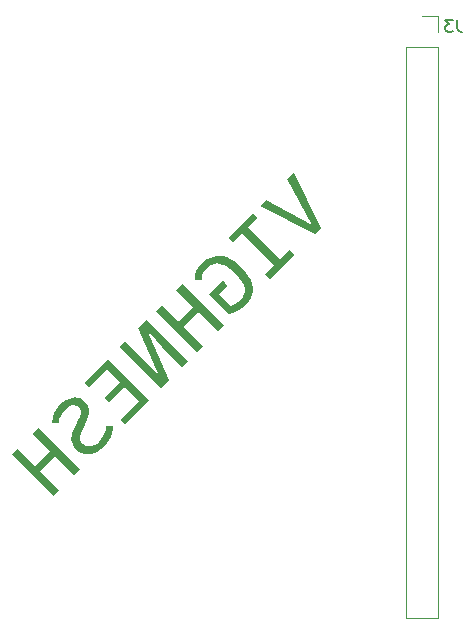
<source format=gbr>
%TF.GenerationSoftware,KiCad,Pcbnew,9.0.7*%
%TF.CreationDate,2026-01-11T23:40:51+05:30*%
%TF.ProjectId,ntp-devboard,6e74702d-6465-4766-926f-6172642e6b69,rev?*%
%TF.SameCoordinates,Original*%
%TF.FileFunction,Legend,Bot*%
%TF.FilePolarity,Positive*%
%FSLAX46Y46*%
G04 Gerber Fmt 4.6, Leading zero omitted, Abs format (unit mm)*
G04 Created by KiCad (PCBNEW 9.0.7) date 2026-01-11 23:40:51*
%MOMM*%
%LPD*%
G01*
G04 APERTURE LIST*
%ADD10C,0.100000*%
%ADD11C,0.150000*%
%ADD12C,0.120000*%
G04 APERTURE END LIST*
D10*
G36*
X152940306Y-99806697D02*
G01*
X149069538Y-97732932D01*
X148559408Y-98243062D01*
X153201739Y-100596178D01*
X153750080Y-100047837D01*
X151397180Y-95405290D01*
X150856395Y-95946075D01*
X152940306Y-99806697D01*
G37*
G36*
X145912260Y-100890210D02*
G01*
X146305598Y-101283547D01*
X147074570Y-100514575D01*
X149783028Y-103223033D01*
X149014056Y-103992005D01*
X149409984Y-104387933D01*
X151455900Y-102342018D01*
X151059972Y-101946090D01*
X150290783Y-102715278D01*
X147582325Y-100006820D01*
X148351514Y-99237631D01*
X147958176Y-98844294D01*
X145912260Y-100890210D01*
G37*
G36*
X147374646Y-106550210D02*
G01*
X147609322Y-106276665D01*
X147777619Y-105996628D01*
X147886455Y-105707017D01*
X147939250Y-105403484D01*
X147935724Y-105080699D01*
X147877928Y-104773816D01*
X147759844Y-104451560D01*
X147573285Y-104109165D01*
X147307203Y-103742269D01*
X146948063Y-103346949D01*
X146633754Y-103061904D01*
X146330294Y-102841518D01*
X146035745Y-102678146D01*
X145723174Y-102552834D01*
X145425139Y-102475901D01*
X145138538Y-102443266D01*
X144850360Y-102450823D01*
X144578938Y-102496681D01*
X144321208Y-102580136D01*
X144077034Y-102698792D01*
X143853354Y-102847377D01*
X143648304Y-103027228D01*
X143430394Y-103270301D01*
X143274101Y-103496464D01*
X143169909Y-103708552D01*
X143068864Y-104053404D01*
X143023756Y-104438450D01*
X143622829Y-104448596D01*
X143659283Y-104154918D01*
X143742497Y-103893022D01*
X143871683Y-103657227D01*
X144049413Y-103443449D01*
X144226218Y-103295784D01*
X144425522Y-103183631D01*
X144650861Y-103105809D01*
X144885403Y-103075422D01*
X145148241Y-103099660D01*
X145447898Y-103186981D01*
X145729029Y-103325233D01*
X146048895Y-103549315D01*
X146415050Y-103879963D01*
X146787223Y-104288312D01*
X147037265Y-104634948D01*
X147190334Y-104929994D01*
X147266921Y-105183459D01*
X147284407Y-105452464D01*
X147236215Y-105702733D01*
X147121247Y-105942331D01*
X146930361Y-106177165D01*
X146693184Y-106378555D01*
X146432045Y-106533454D01*
X146143470Y-106644118D01*
X145120620Y-105621269D01*
X145767835Y-104974054D01*
X145425230Y-104514440D01*
X144224493Y-105715177D01*
X145904920Y-107395604D01*
X146275386Y-107270312D01*
X146642374Y-107105027D01*
X146994078Y-106883417D01*
X147374646Y-106550210D01*
G37*
G36*
X143724942Y-110072976D02*
G01*
X142095247Y-108443281D01*
X143338944Y-107199583D01*
X144968639Y-108829278D01*
X145471213Y-108326704D01*
X141973489Y-104828981D01*
X141470915Y-105331555D01*
X142925314Y-106785953D01*
X141681617Y-108029651D01*
X140227218Y-106575252D01*
X139724428Y-107078042D01*
X143222152Y-110575765D01*
X143724942Y-110072976D01*
G37*
G36*
X140859537Y-112938380D02*
G01*
X139006404Y-108724791D01*
X139288562Y-109049694D01*
X139749255Y-109573856D01*
X140288313Y-110143569D01*
X141971330Y-111826587D01*
X142428137Y-111369780D01*
X138930414Y-107872057D01*
X138262906Y-108539564D01*
X140110642Y-112773662D01*
X139845538Y-112462360D01*
X139398878Y-111952230D01*
X138821177Y-111346897D01*
X137138375Y-109664095D01*
X136681353Y-110121117D01*
X140179076Y-113618841D01*
X140859537Y-112938380D01*
G37*
G36*
X135567400Y-112026926D02*
G01*
X136691931Y-113151456D01*
X135407648Y-114435739D01*
X135806166Y-114834258D01*
X137090449Y-113549975D01*
X138275859Y-114735384D01*
X136704668Y-116306575D01*
X137098005Y-116699912D01*
X139174360Y-114623557D01*
X135676637Y-111125833D01*
X133638277Y-113164193D01*
X134092709Y-113501617D01*
X135567400Y-112026926D01*
G37*
G36*
X133014161Y-118829158D02*
G01*
X133230254Y-119009949D01*
X133460155Y-119137085D01*
X133707359Y-119214940D01*
X133965057Y-119242542D01*
X134234028Y-119218510D01*
X134519508Y-119138949D01*
X134789075Y-119012325D01*
X135067365Y-118825112D01*
X135357131Y-118567725D01*
X135608062Y-118288080D01*
X135804252Y-118009373D01*
X135951239Y-117730102D01*
X136060684Y-117434320D01*
X136126705Y-117144950D01*
X136151794Y-116859449D01*
X135542358Y-116823829D01*
X135498808Y-117171302D01*
X135392752Y-117511845D01*
X135285838Y-117725670D01*
X135136978Y-117941769D01*
X134940694Y-118161651D01*
X134723337Y-118344735D01*
X134491659Y-118476407D01*
X134245370Y-118551632D01*
X134004197Y-118557579D01*
X133849744Y-118520672D01*
X133700944Y-118444603D01*
X133554730Y-118323994D01*
X133417567Y-118152760D01*
X133341655Y-117981389D01*
X133321619Y-117792742D01*
X133364754Y-117549840D01*
X133462341Y-117286954D01*
X133643674Y-116920328D01*
X133868317Y-116464829D01*
X134014344Y-116075149D01*
X134075976Y-115815887D01*
X134095745Y-115581279D01*
X134078029Y-115366839D01*
X134018506Y-115162504D01*
X133909870Y-114963915D01*
X133745354Y-114767766D01*
X133552079Y-114608713D01*
X133343986Y-114500462D01*
X133117137Y-114439194D01*
X132880823Y-114423402D01*
X132637194Y-114451632D01*
X132382274Y-114526842D01*
X132140944Y-114641221D01*
X131902087Y-114800995D01*
X131664034Y-115011497D01*
X131433044Y-115268055D01*
X131256206Y-115517565D01*
X131127135Y-115761688D01*
X130994031Y-116152269D01*
X130932841Y-116560020D01*
X131526949Y-116595425D01*
X131579882Y-116254606D01*
X131689508Y-115953176D01*
X131849920Y-115680146D01*
X132049816Y-115443046D01*
X132246950Y-115274670D01*
X132444545Y-115158809D01*
X132645219Y-115088999D01*
X132847526Y-115074672D01*
X133031264Y-115129706D01*
X133207160Y-115260194D01*
X133325065Y-115418673D01*
X133378786Y-115588982D01*
X133373932Y-115779546D01*
X133302580Y-116043414D01*
X133180224Y-116331786D01*
X132973576Y-116737692D01*
X132794983Y-117105278D01*
X132664216Y-117455932D01*
X132608892Y-117692761D01*
X132593627Y-117924014D01*
X132617154Y-118152799D01*
X132685170Y-118370070D01*
X132813582Y-118594081D01*
X133014161Y-118829158D01*
G37*
G36*
X131552639Y-122245279D02*
G01*
X129922944Y-120615584D01*
X131166641Y-119371886D01*
X132796336Y-121001581D01*
X133298910Y-120499007D01*
X129801186Y-117001284D01*
X129298613Y-117503858D01*
X130753011Y-118958256D01*
X129509314Y-120201953D01*
X128054915Y-118747555D01*
X127552125Y-119250345D01*
X131049849Y-122748068D01*
X131552639Y-122245279D01*
G37*
D11*
X165263333Y-82454819D02*
X165263333Y-83169104D01*
X165263333Y-83169104D02*
X165310952Y-83311961D01*
X165310952Y-83311961D02*
X165406190Y-83407200D01*
X165406190Y-83407200D02*
X165549047Y-83454819D01*
X165549047Y-83454819D02*
X165644285Y-83454819D01*
X164882380Y-82454819D02*
X164263333Y-82454819D01*
X164263333Y-82454819D02*
X164596666Y-82835771D01*
X164596666Y-82835771D02*
X164453809Y-82835771D01*
X164453809Y-82835771D02*
X164358571Y-82883390D01*
X164358571Y-82883390D02*
X164310952Y-82931009D01*
X164310952Y-82931009D02*
X164263333Y-83026247D01*
X164263333Y-83026247D02*
X164263333Y-83264342D01*
X164263333Y-83264342D02*
X164310952Y-83359580D01*
X164310952Y-83359580D02*
X164358571Y-83407200D01*
X164358571Y-83407200D02*
X164453809Y-83454819D01*
X164453809Y-83454819D02*
X164739523Y-83454819D01*
X164739523Y-83454819D02*
X164834761Y-83407200D01*
X164834761Y-83407200D02*
X164882380Y-83359580D01*
D12*
%TO.C,J3*%
X160885000Y-84740000D02*
X160885000Y-133110000D01*
X163645000Y-82090000D02*
X162265000Y-82090000D01*
X163645000Y-83470000D02*
X163645000Y-82090000D01*
X163645000Y-84740000D02*
X160885000Y-84740000D01*
X163645000Y-84740000D02*
X163645000Y-133110000D01*
X163645000Y-133110000D02*
X160885000Y-133110000D01*
%TD*%
M02*

</source>
